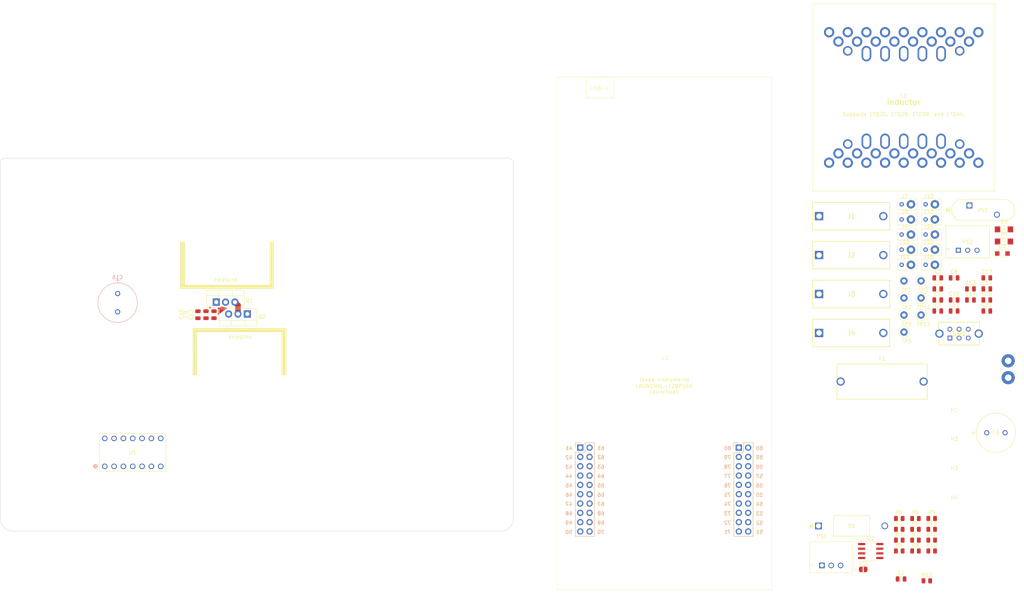
<source format=kicad_pcb>
(kicad_pcb (version 20241229) (generator "pcbnew") (generator_version "9.0")
  (layers (0 "F.Cu" signal) (4 "In1.Cu" signal) (6 "In2.Cu" signal) (2 "B.Cu" signal) (13 "F.Paste" user) (15 "B.Paste" user) (5 "F.SilkS" user "F.Silkscreen") (7 "B.SilkS" user "B.Silkscreen") (1 "F.Mask" user) (3 "B.Mask" user) (25 "Edge.Cuts" user))
  (net 0 "")
  (net 1 "+3.3V")
  (net 2 "GND")
  (net 3 "Net-(D2-K)")
  (net 4 "Net-(J6-Pin_1)")
  (net 5 "+24V")
  (net 6 "Net-(U1-HO)")
  (net 7 "/ADCINA9")
  (net 8 "Net-(U1-LO)")
  (net 9 "/ADCINA0")
  (net 10 "/ADCINA4")
  (net 11 "+12V")
  (net 12 "Vout")
  (net 13 "Net-(D3-A)")
  (net 14 "Net-(D3-K)")
  (net 15 "Net-(D4-A)")
  (net 16 "Net-(D4-K)")
  (net 17 "Vsw")
  (net 18 "C2000 D ")
  (net 19 "D'")
  (net 20 "D")
  (net 21 "C2000 D'")
  (net 22 "Vboot")
  (net 23 "Vin_sens")
  (net 24 "Vout_sens")
  (net 25 "I_L")
  (net 26 "Net-(JP1-A)")
  (net 27 "SD")
  (net 76 "Vin")
  (net 80 "Net-(U2-FILTER)")
  (footprint "TestPoint:TestPoint_Loop_D1.80mm_Drill1.0mm_Beaded" (layer "F.Cu") (at 269.435 72.765)
    (property "Reference" "TP7" (at 0.7 2.5 0) (layer "F.SilkS"))
    (property "Value" "TestPoint")
    (pad "1" thru_hole circle (at 0 0) (size 2 2) (drill 1) (layers "*.Cu" "*.Mask") (net 2 "GND"))
  )
  (footprint "ECE462L:TP" (layer "F.Cu") (at 271.94 64.26)
    (property "Reference" "J15" (at -0.41 -2.19 0) (layer "F.SilkS"))
    (property "Value" "Conn_01x02")
    (pad "1" thru_hole circle (at 1.27 0) (size 2.3 2.3) (drill 1.2) (layers "*.Cu" "*.Mask") (net 2 "GND"))
    (pad "2" thru_hole circle (at -1.27 0) (size 1.2 1.2) (drill 0.6) (layers "*.Cu" "*.Mask") (net 24 "Vout_sens"))
  )
  (footprint "Resistor_SMD:R_0805_2012Metric" (layer "F.Cu") (at 267.915 140.465)
    (property "Reference" "R6" (at 0 -1.65 0) (layer "F.SilkS"))
    (property "Value" "3.3k")
    (pad "1" smd roundrect (at -0.9125 0) (size 1.025 1.4) (layers "F.Cu" "F.Mask" "F.Paste") (roundrect_rratio 0.243902) (net 23 "Vin_sens"))
    (pad "2" smd roundrect (at 0.9125 0) (size 1.025 1.4) (layers "F.Cu" "F.Mask" "F.Paste") (roundrect_rratio 0.243902) (net 2 "GND"))
  )
  (footprint "Capacitor_SMD:C_0805_2012Metric" (layer "F.Cu") (at 273.985 71.945)
    (property "Reference" "C2" (at 0 -1.68 0) (layer "F.SilkS"))
    (property "Value" "0.1μF")
    (pad "1" smd roundrect (at -0.95 0) (size 1 1.45) (layers "F.Cu" "F.Mask" "F.Paste") (net 1 "+3.3V"))
    (pad "2" smd roundrect (at 0.95 0) (size 1 1.45) (layers "F.Cu" "F.Mask" "F.Paste") (net 2 "GND"))
  )
  (footprint "Resistor_SMD:R_0805_2012Metric" (layer "F.Cu") (at 271 154.5)
    (property "Reference" "R13" (at 0 -1.65 0) (layer "F.SilkS"))
    (property "Value" "2 Ohm")
    (pad "1" smd roundrect (at -0.9125 0) (size 1.025 1.4) (layers "F.Cu" "F.Mask" "F.Paste") (roundrect_rratio 0.243902) (net 3 "Net-(D2-K)"))
    (pad "2" smd roundrect (at 0.9125 0) (size 1.025 1.4) (layers "F.Cu" "F.Mask" "F.Paste") (roundrect_rratio 0.243902) (net 22 "Vboot"))
  )
  (footprint "ECE462L:Inductor_wire_conn" (layer "F.Cu") (at 293.16 94.54)
    (property "Reference" "J5" (hide yes))
    (property "Value" "Conn_01x01" (hide yes))
    (pad "1" thru_hole circle (at 0 0) (size 3.6 3.6) (drill 1.8) (layers "*.Cu" "*.Mask") (net 17 "Vsw"))
  )
  (footprint "ECE462L:Inductor" (layer "F.Cu") (at 264.72 22.78)
    (property "Reference" "L1" (at 0 -0.5 0) (layer "F.SilkS"))
    (property "Value" "L")
    (fp_text user "Supports EFD25, ETD29, ETD39, and ETD44." (at 0 4.572 0) (layer "F.SilkS"))
    (fp_text user "Inductor" (at 0 1.27 0) (layer "F.SilkS") (effects (font (size 1.5 1.5) (thickness 0.3) (bold yes))))
    (pad "1" thru_hole circle (at -20.32 -17.78) (size 2.8 2.8) (drill 1.75) (layers "*.Cu" "*.Mask"))
    (pad "1" thru_hole circle (at -17.78 -15.24) (size 2.8 2.8) (drill 1.75) (layers "*.Cu" "*.Mask"))
    (pad "1" thru_hole circle (at -15.24 -17.78) (size 2.8 2.8) (drill 1.75) (layers "*.Cu" "*.Mask"))
    (pad "1" thru_hole circle (at -15.24 -12.7) (size 2.6 2.6) (drill 1.75) (layers "*.Cu" "*.Mask"))
    (pad "1" thru_hole circle (at -12.7 -15.24) (size 2.8 2.8) (drill 1.75) (layers "*.Cu" "*.Mask"))
    (pad "1" thru_hole circle (at -10.16 -17.78) (size 2.8 2.8) (drill 1.75) (layers "*.Cu" "*.Mask"))
    (pad "1" thru_hole oval (at -10.16 -11.938) (size 2.6 4.2) (drill oval 1.75 3.28) (layers "*.Cu" "*.Mask"))
    (pad "1" thru_hole circle (at -7.62 -15.24) (size 2.8 2.8) (drill 1.75) (layers "*.Cu" "*.Mask"))
    (pad "1" thru_hole circle (at -5.08 -17.78) (size 2.8 2.8) (drill 1.75) (layers "*.Cu" "*.Mask"))
    (pad "1" thru_hole oval (at -5.08 -11.938) (size 2.6 4.2) (drill oval 1.75 3.28) (layers "*.Cu" "*.Mask"))
    (pad "1" thru_hole circle (at -2.54 -15.24) (size 2.8 2.8) (drill 1.75) (layers "*.Cu" "*.Mask"))
    (pad "1" thru_hole circle (at 0 -17.78) (size 2.8 2.8) (drill 1.75) (layers "*.Cu" "*.Mask"))
    (pad "1" thru_hole oval (at 0 -11.938) (size 2.6 4.2) (drill oval 1.75 3.28) (layers "*.Cu" "*.Mask"))
    (pad "1" thru_hole circle (at 2.54 -15.24) (size 2.8 2.8) (drill 1.75) (layers "*.Cu" "*.Mask"))
    (pad "1" thru_hole circle (at 5.08 -17.78) (size 2.8 2.8) (drill 1.75) (layers "*.Cu" "*.Mask"))
    (pad "1" thru_hole oval (at 5.08 -11.938) (size 2.6 4.2) (drill oval 1.75 3.28) (layers "*.Cu" "*.Mask"))
    (pad "1" thru_hole circle (at 7.62 -15.24) (size 2.8 2.8) (drill 1.75) (layers "*.Cu" "*.Mask"))
    (pad "1" thru_hole circle (at 10.16 -17.78) (size 2.8 2.8) (drill 1.75) (layers "*.Cu" "*.Mask"))
    (pad "1" thru_hole oval (at 10.16 -11.938) (size 2.6 4.2) (drill oval 1.75 3.28) (layers "*.Cu" "*.Mask"))
    (pad "1" thru_hole circle (at 12.7 -15.24) (size 2.8 2.8) (drill 1.75) (layers "*.Cu" "*.Mask"))
    (pad "1" thru_hole circle (at 15.24 -17.78) (size 2.8 2.8) (drill 1.75) (layers "*.Cu" "*.Mask"))
    (pad "1" thru_hole circle (at 15.24 -12.7) (size 2.6 2.6) (drill 1.75) (layers "*.Cu" "*.Mask"))
    (pad "1" thru_hole circle (at 17.78 -15.24) (size 2.8 2.8) (drill 1.75) (layers "*.Cu" "*.Mask"))
    (pad "1" thru_hole circle (at 20.32 -17.78) (size 2.8 2.8) (drill 1.75) (layers "*.Cu" "*.Mask"))
    (pad "2" thru_hole circle (at -20.32 17.78) (size 2.8 2.8) (drill 1.75) (layers "*.Cu" "*.Mask"))
    (pad "2" thru_hole circle (at -17.78 15.24) (size 2.8 2.8) (drill 1.75) (layers "*.Cu" "*.Mask"))
    (pad "2" thru_hole circle (at -15.24 12.7) (size 2.6 2.6) (drill 1.75) (layers "*.Cu" "*.Mask"))
    (pad "2" thru_hole circle (at -15.24 17.78) (size 2.8 2.8) (drill 1.75) (layers "*.Cu" "*.Mask"))
    (pad "2" thru_hole circle (at -12.7 15.24) (size 2.8 2.8) (drill 1.75) (layers "*.Cu" "*.Mask"))
    (pad "2" thru_hole oval (at -10.16 11.938) (size 2.6 4.2) (drill oval 1.75 3.28) (layers "*.Cu" "*.Mask"))
    (pad "2" thru_hole circle (at -10.16 17.78) (size 2.8 2.8) (drill 1.75) (layers "*.Cu" "*.Mask"))
    (pad "2" thru_hole circle (at -7.62 15.24) (size 2.8 2.8) (drill 1.75) (layers "*.Cu" "*.Mask"))
    (pad "2" thru_hole oval (at -5.08 11.938) (size 2.6 4.2) (drill oval 1.75 3.28) (layers "*.Cu" "*.Mask"))
    (pad "2" thru_hole circle (at -5.08 17.78) (size 2.8 2.8) (drill 1.75) (layers "*.Cu" "*.Mask"))
    (pad "2" thru_hole circle (at -2.54 15.24) (size 2.8 2.8) (drill 1.75) (layers "*.Cu" "*.Mask"))
    (pad "2" thru_hole oval (at 0 11.938) (size 2.6 4.2) (drill oval 1.75 3.28) (layers "*.Cu" "*.Mask"))
    (pad "2" thru_hole circle (at 0 17.78) (size 2.8 2.8) (drill 1.75) (layers "*.Cu" "*.Mask"))
    (pad "2" thru_hole circle (at 2.54 15.24) (size 2.8 2.8) (drill 1.75) (layers "*.Cu" "*.Mask"))
    (pad "2" thru_hole oval (at 5.08 11.938) (size 2.6 4.2) (drill oval 1.75 3.28) (layers "*.Cu" "*.Mask"))
    (pad "2" thru_hole circle (at 5.08 17.78) (size 2.8 2.8) (drill 1.75) (layers "*.Cu" "*.Mask"))
    (pad "2" thru_hole circle (at 7.62 15.24) (size 2.8 2.8) (drill 1.75) (layers "*.Cu" "*.Mask"))
    (pad "2" thru_hole oval (at 10.16 11.938) (size 2.6 4.2) (drill oval 1.75 3.28) (layers "*.Cu" "*.Mask"))
    (pad "2" thru_hole circle (at 10.16 17.78) (size 2.8 2.8) (drill 1.75) (layers "*.Cu" "*.Mask"))
    (pad "2" thru_hole circle (at 12.7 15.24) (size 2.8 2.8) (drill 1.75) (layers "*.Cu" "*.Mask"))
    (pad "2" thru_hole circle (at 15.24 12.7) (size 2.6 2.6) (drill 1.75) (layers "*.Cu" "*.Mask"))
    (pad "2" thru_hole circle (at 15.24 17.78) (size 2.8 2.8) (drill 1.75) (layers "*.Cu" "*.Mask"))
    (pad "2" thru_hole circle (at 17.78 15.24) (size 2.8 2.8) (drill 1.75) (layers "*.Cu" "*.Mask"))
    (pad "2" thru_hole circle (at 20.32 17.78) (size 2.8 2.8) (drill 1.75) (layers "*.Cu" "*.Mask"))
  )
  (footprint "Capacitor_SMD:C_0805_2012Metric" (layer "F.Cu") (at 74.74 81.98 -90)
    (property "Reference" "C9" (at -0.12 5.45 90) (layer "F.SilkS"))
    (property "Value" "0.01μF")
    (pad "1" smd roundrect (at -0.95 0 270) (size 1 1.45) (layers "F.Cu" "F.Mask" "F.Paste") (net 12 "Vout"))
    (pad "2" smd roundrect (at 0.95 0 270) (size 1 1.45) (layers "F.Cu" "F.Mask" "F.Paste") (net 2 "GND"))
  )
  (footprint "ECE462L:1-2199298-3" (layer "F.Cu") (at 47.17 123.31)
    (property "Reference" "U1" (at 7.62 -3.81 0) (layer "F.SilkS"))
    (property "Value" "IR2010")
    (pad "1" thru_hole circle (at 0 0) (size 1.507998 1.507998) (drill 0.9906) (layers "*.Cu" "*.Mask") (net 8 "Net-(U1-LO)"))
    (pad "2" thru_hole circle (at 2.54 0) (size 1.507998 1.507998) (drill 0.9906) (layers "*.Cu" "*.Mask") (net 2 "GND"))
    (pad "3" thru_hole circle (at 5.08 0) (size 1.507998 1.507998) (drill 0.9906) (layers "*.Cu" "*.Mask") (net 11 "+12V"))
    (pad "4" thru_hole circle (at 7.62 0) (size 1.507998 1.507998) (drill 0.9906) (layers "*.Cu" "*.Mask"))
    (pad "5" thru_hole circle (at 10.16 0) (size 1.507998 1.507998) (drill 0.9906) (layers "*.Cu" "*.Mask") (net 17 "Vsw"))
    (pad "6" thru_hole circle (at 12.7 0) (size 1.507998 1.507998) (drill 0.9906) (layers "*.Cu" "*.Mask") (net 22 "Vboot"))
    (pad "7" thru_hole circle (at 15.24 0) (size 1.507998 1.507998) (drill 0.9906) (layers "*.Cu" "*.Mask") (net 6 "Net-(U1-HO)"))
    (pad "8" thru_hole circle (at 15.24 -7.62) (size 1.507998 1.507998) (drill 0.9906) (layers "*.Cu" "*.Mask"))
    (pad "9" thru_hole circle (at 12.7 -7.62) (size 1.507998 1.507998) (drill 0.9906) (layers "*.Cu" "*.Mask") (net 1 "+3.3V"))
    (pad "10" thru_hole circle (at 10.16 -7.62) (size 1.507998 1.507998) (drill 0.9906) (layers "*.Cu" "*.Mask") (net 21 "C2000 D'"))
    (pad "11" thru_hole circle (at 7.62 -7.62) (size 1.507998 1.507998) (drill 0.9906) (layers "*.Cu" "*.Mask") (net 27 "SD"))
    (pad "12" thru_hole circle (at 5.08 -7.62) (size 1.507998 1.507998) (drill 0.9906) (layers "*.Cu" "*.Mask") (net 18 "C2000 D "))
    (pad "13" thru_hole circle (at 2.54 -7.62) (size 1.507998 1.507998) (drill 0.9906) (layers "*.Cu" "*.Mask") (net 2 "GND"))
    (pad "14" thru_hole circle (at 0 -7.62) (size 1.507998 1.507998) (drill 0.9906) (layers "*.Cu" "*.Mask"))
  )
  (footprint "ECE462L:TP" (layer "F.Cu") (at 265.42 56.02)
    (property "Reference" "J8" (at -0.41 -2.19 0) (layer "F.SilkS"))
    (property "Value" "Conn_01x02")
    (pad "1" thru_hole circle (at 1.27 0) (size 2.3 2.3) (drill 1.2) (layers "*.Cu" "*.Mask") (net 2 "GND"))
    (pad "2" thru_hole circle (at -1.27 0) (size 1.2 1.2) (drill 0.6) (layers "*.Cu" "*.Mask") (net 19 "D'"))
  )
  (footprint "ECE462L:V100ZA15P" (layer "F.Cu") (at 282.6005 52.2142)
    (property "Reference" "RV1" (at 3.75 1.25 0) (layer "F.SilkS"))
    (property "Value" "Varistor")
    (pad "1" thru_hole rect (at 0 0) (size 1.6256 1.6256) (drill 1.1176) (layers "*.Cu" "*.Mask") (net 12 "Vout"))
    (pad "2" thru_hole circle (at 7.5 2.5) (size 1.6256 1.6256) (drill 1.1176) (layers "*.Cu" "*.Mask") (net 2 "GND"))
  )
  (footprint "Resistor_SMD:R_0805_2012Metric" (layer "F.Cu") (at 263.505 146.365)
    (property "Reference" "R4" (at 0 -1.65 0) (layer "F.SilkS"))
    (property "Value" "R_Small")
    (pad "1" smd roundrect (at -0.9125 0) (size 1.025 1.4) (layers "F.Cu" "F.Mask" "F.Paste") (roundrect_rratio 0.243902) (net 8 "Net-(U1-LO)"))
    (pad "2" smd roundrect (at 0.9125 0) (size 1.025 1.4) (layers "F.Cu" "F.Mask" "F.Paste") (roundrect_rratio 0.243902) (net 20 "D"))
  )
  (footprint "ECE462L:LAUNCHXL-F28P55X_BottomHalf" (layer "F.Cu") (at 199.5 97.875)
    (property "Reference" "U3" (at 0.015 -4.04 0) (layer "F.SilkS") (effects (font (thickness 0.1))))
    (property "Value" "LAUNCHXL-F28P55X_BottomHalf")
    (fp_text user "77" (at 18.288 28.702 0) (layer "F.SilkS") (effects (justify right bottom)))
    (fp_text user "43" (at -24.892 26.162 0) (layer "F.SilkS") (effects (justify right bottom)))
    (fp_text user "68" (at -18.288 38.862 0) (layer "F.SilkS") (effects (justify left bottom)))
    (fp_text user "42" (at -24.892 23.5 0) (layer "F.SilkS") (effects (justify right bottom)))
    (fp_text user "65" (at -18.288 31.242 0) (layer "F.SilkS") (effects (justify left bottom)))
    (fp_text user "45" (at -24.892 31.242 0) (layer "F.SilkS") (effects (justify right bottom)))
    (fp_text user "51" (at 24.892 43.942 0) (layer "F.SilkS") (effects (justify left bottom)))
    (fp_text user "59" (at 24.892 23.622 0) (layer "F.SilkS") (effects (justify left bottom)))
    (fp_text user "50" (at -24.892 43.942 0) (layer "F.SilkS") (effects (justify right bottom)))
    (fp_text user "62" (at -18.288 23.622 0) (layer "F.SilkS") (effects (justify left bottom)))
    (fp_text user "74" (at 18.288 36.322 0) (layer "F.SilkS") (effects (justify right bottom)))
    (fp_text user "54" (at 24.892 36.322 0) (layer "F.SilkS") (effects (justify left bottom)))
    (fp_text user "53" (at 24.892 38.862 0) (layer "F.SilkS") (effects (justify left bottom)))
    (fp_text user "75" (at 18.288 33.782 0) (layer "F.SilkS") (effects (justify right bottom)))
    (fp_text user "71" (at 18.288 43.942 0) (layer "F.SilkS") (effects (justify right bottom)))
    (fp_text user "Texas Instruments" (at 0 1.778 0) (layer "F.SilkS"))
    (fp_text user "69" (at -18.288 41.402 0) (layer "F.SilkS") (effects (justify left bottom)))
    (fp_text user "67" (at -18.288 36.322 0) (layer "F.SilkS") (effects (justify left bottom)))
    (fp_text user "78" (at 18.288 26.162 0) (layer "F.SilkS") (effects (justify right bottom)))
    (fp_text user "61" (at -18.288 21.082 0) (layer "F.SilkS") (effects (justify left bottom)))
    (fp_text user "58" (at 24.892 26.162 0) (layer "F.SilkS") (effects (justify left bottom)))
    (fp_text user "41" (at -24.892 21.082 0) (layer "F.SilkS") (effects (justify right bottom)))
    (fp_text user "60" (at 24.892 21.082 0) (layer "F.SilkS") (effects (justify left bottom)))
    (fp_text user "72" (at 18.288 41.402 0) (layer "F.SilkS") (effects (justify right bottom)))
    (fp_text user "48" (at -24.892 38.862 0) (layer "F.SilkS") (effects (justify right bottom)))
    (fp_text user "55" (at 24.892 33.782 0) (layer "F.SilkS") (effects (justify left bottom)))
    (fp_text user "66" (at -18.288 33.782 0) (layer "F.SilkS") (effects (justify left bottom)))
    (fp_text user "46" (at -24.892 33.782 0) (layer "F.SilkS") (effects (justify right bottom)))
    (fp_text user "80" (at 18.288 21.082 0) (layer "F.SilkS") (effects (justify right bottom)))
    (fp_text user "LAUNCHXL-F28P55X" (at 0 3.556 0) (layer "F.SilkS"))
    (fp_text user "47" (at -24.892 36.322 0) (layer "F.SilkS") (effects (justify right bottom)))
    (fp_text user "57" (at 24.892 28.702 0) (layer "F.SilkS") (effects (justify left bottom)))
    (fp_text user "52" (at 24.892 41.402 0) (layer "F.SilkS") (effects (justify left bottom)))
    (fp_text user "76" (at 18.288 31.242 0) (layer "F.SilkS") (effects (justify right bottom)))
    (fp_text user "Launchpad" (at 0 5.08 0) (layer "F.SilkS"))
    (fp_text user "64" (at -18.288 28.702 0) (layer "F.SilkS") (effects (justify left bottom)))
    (fp_text user "63" (at -18.288 26.162 0) (layer "F.SilkS") (effects (justify left bottom)))
    (fp_text user "70" (at -18.288 43.942 0) (layer "F.SilkS") (effects (justify left bottom)))
    (fp_text user "56" (at 24.892 31.242 0) (layer "F.SilkS") (effects (justify left bottom)))
    (fp_text user "49" (at -24.892 41.402 0) (layer "F.SilkS") (effects (justify right bottom)))
    (fp_text user "73" (at 18.288 38.862 0) (layer "F.SilkS") (effects (justify right bottom)))
    (fp_text user "USB-C" (at -17.5 -77 0) (layer "F.SilkS") (effects (font (thickness 0.1)) (justify bottom)))
    (fp_text user "44" (at -24.892 28.702 0) (layer "F.SilkS") (effects (justify right bottom)))
    (fp_text user "79" (at 18.288 23.5 0) (layer "F.SilkS") (effects (justify right bottom)))
    (fp_text user "58" (at 24.892 26.162 0) (layer "B.SilkS") (effects (justify right bottom mirror)))
    (fp_text user "64" (at -18.288 28.702 0) (layer "B.SilkS") (effects (justify right bottom mirror)))
    (fp_text user "63" (at -18.288 26.162 0) (layer "B.SilkS") (effects (justify right bottom mirror)))
    (fp_text user "41" (at -24.892 21.082 0) (layer "B.SilkS") (effects (justify left bottom mirror)))
    (fp_text user "69" (at -18.288 41.402 0) (layer "B.SilkS") (effects (justify right bottom mirror)))
    (fp_text user "59" (at 24.892 23.5 0) (layer "B.SilkS") (effects (justify right bottom mirror)))
    (fp_text user "47" (at -24.892 36.322 0) (layer "B.SilkS") (effects (justify left bottom mirror)))
    (fp_text user "61" (at -18.288 21.082 0) (layer "B.SilkS") (effects (justify right bottom mirror)))
    (fp_text user "66" (at -18.288 33.782 0) (layer "B.SilkS") (effects (justify right bottom mirror)))
    (fp_text user "77" (at 18.288 28.702 0) (layer "B.SilkS") (effects (justify left bottom mirror)))
    (fp_text user "42" (at -24.892 23.622 0) (layer "B.SilkS") (effects (justify left bottom mirror)))
    (fp_text user "53" (at 24.892 38.862 0) (layer "B.SilkS") (effects (justify right bottom mirror)))
    (fp_text user "50" (at -24.892 43.942 0) (layer "B.SilkS") (effects (justify left bottom mirror)))
    (fp_text user "46" (at -24.892 33.782 0) (layer "B.SilkS") (effects (justify left bottom mirror)))
    (fp_text user "60" (at 24.892 21.082 0) (layer "B.SilkS") (effects (justify right bottom mirror)))
    (fp_text user "44" (at -24.892 28.702 0) (layer "B.SilkS") (effects (justify left bottom mirror)))
    (fp_text user "52" (at 24.892 41.402 0) (layer "B.SilkS") (effects (justify right bottom mirror)))
    (fp_text user "75" (at 18.288 33.782 0) (layer "B.SilkS") (effects (justify left bottom mirror)))
    (fp_text user "79" (at 18.288 23.622 0) (layer "B.SilkS") (effects (justify left bottom mirror)))
    (fp_text user "45" (at -24.892 31.242 0) (layer "B.SilkS") (effects (justify left bottom mirror)))
    (fp_text user "73" (at 18.288 38.862 0) (layer "B.SilkS") (effects (justify left bottom mirror)))
    (fp_text user "80" (at 18.288 21.082 0) (layer "B.SilkS") (effects (justify left bottom mirror)))
    (fp_text user "48" (at -24.892 38.862 0) (layer "B.SilkS") (effects (justify left bottom mirror)))
    (fp_text user "57" (at 24.892 28.702 0) (layer "B.SilkS") (effects (justify right bottom mirror)))
    (fp_text user "78" (at 18.288 26.162 0) (layer "B.SilkS") (effects (justify left bottom mirror)))
    (fp_text user "56" (at 24.892 31.242 0) (layer "B.SilkS") (effects (justify right bottom mirror)))
    (fp_text user "51" (at 24.892 43.942 0) (layer "B.SilkS") (effects (justify right bottom mirror)))
    (fp_text user "54" (at 24.892 36.322 0) (layer "B.SilkS") (effects (justify right bottom mirror)))
    (fp_text user "65" (at -18.288 31.242 0) (layer "B.SilkS") (effects (justify right bottom mirror)))
    (fp_text user "62" (at -18.288 23.5 0) (layer "B.SilkS") (effects (justify right bottom mirror)))
    (fp_text user "43" (at -24.892 26.162 0) (layer "B.SilkS") (effects (justify left bottom mirror)))
    (fp_text user "74" (at 18.288 36.322 0) (layer "B.SilkS") (effects (justify left bottom mirror)))
    (fp_text user "71" (at 18.288 43.942 0) (layer "B.SilkS") (effects (justify left bottom mirror)))
    (fp_text user "67" (at -18.288 36.322 0) (layer "B.SilkS") (effects (justify right bottom mirror)))
    (fp_text user "76" (at 18.288 31.242 0) (layer "B.SilkS") (effects (justify left bottom mirror)))
    (fp_text user "55" (at 24.892 33.782 0) (layer "B.SilkS") (effects (justify right bottom mirror)))
    (fp_text user "70" (at -18.288 43.942 0) (layer "B.SilkS") (effects (justify right bottom mirror)))
    (fp_text user "68" (at -18.288 38.862 0) (layer "B.SilkS") (effects (justify right bottom mirror)))
    (fp_text user "72" (at 18.288 41.402 0) (layer "B.SilkS") (effects (justify left bottom mirror)))
    (fp_text user "49" (at -24.892 41.402 0) (layer "B.SilkS") (effects (justify left bottom mirror)))
    (pad "41" thru_hole rect (at -22.86 20.32) (size 1.7 1.7) (drill 1) (layers "*.Cu" "*.Mask") (net 1 "+3.3V"))
    (pad "42" thru_hole oval (at -22.86 22.86) (size 1.7 1.7) (drill 1) (layers "*.Cu" "*.Mask"))
    (pad "43" thru_hole oval (at -22.86 25.4) (size 1.7 1.7) (drill 1) (layers "*.Cu" "*.Mask"))
    (pad "44" thru_hole oval (at -22.86 27.94) (size 1.7 1.7) (drill 1) (layers "*.Cu" "*.Mask"))
    (pad "45" thru_hole oval (at -22.86 30.48) (size 1.7 1.7) (drill 1) (layers "*.Cu" "*.Mask"))
    (pad "46" thru_hole oval (at -22.86 33.02) (size 1.7 1.7) (drill 1) (layers "*.Cu" "*.Mask") (net 7 "/ADCINA9"))
    (pad "47" thru_hole oval (at -22.86 35.56) (size 1.7 1.7) (drill 1) (layers "*.Cu" "*.Mask"))
    (pad "48" thru_hole oval (at -22.86 38.1) (size 1.7 1.7) (drill 1) (layers "*.Cu" "*.Mask"))
    (pad "49" thru_hole oval (at -22.86 40.64) (size 1.7 1.7) (drill 1) (layers "*.Cu" "*.Mask"))
    (pad "50" thru_hole oval (at -22.86 43.18) (size 1.7 1.7) (drill 1) (layers "*.Cu" "*.Mask"))
    (pad "51" thru_hole oval (at 22.86 43.18) (size 1.7 1.7) (drill 1) (layers "*.Cu" "*.Mask"))
    (pad "52" thru_hole oval (at 22.86 40.64) (size 1.7 1.7) (drill 1) (layers "*.Cu" "*.Mask"))
    (pad "53" thru_hole oval (at 22.86 38.1) (size 1.7 1.7) (drill 1) (layers "*.Cu" "*.Mask"))
    (pad "54" thru_hole oval (at 22.86 35.56) (size 1.7 1.7) (drill 1) (layers "*.Cu" "*.Mask"))
    (pad "55" thru_hole oval (at 22.86 33.02) (size 1.7 1.7) (drill 1) (layers "*.Cu" "*.Mask"))
    (pad "56" thru_hole oval (at 22.86 30.48) (size 1.7 1.7) (drill 1) (layers "*.Cu" "*.Mask"))
    (pad "57" thru_hole oval (at 22.86 27.94) (size 1.7 1.7) (drill 1) (layers "*.Cu" "*.Mask"))
    (pad "58" thru_hole oval (at 22.86 25.4) (size 1.7 1.7) (drill 1) (layers "*.Cu" "*.Mask"))
    (pad "59" thru_hole oval (at 22.86 22.86) (size 1.7 1.7) (drill 1) (layers "*.Cu" "*.Mask"))
    (pad "60" thru_hole oval (at 22.86 20.32) (size 1.7 1.7) (drill 1) (layers "*.Cu" "*.Mask") (net 2 "GND"))
    (pad "61" thru_hole oval (at -20.32 20.32) (size 1.7 1.7) (drill 1) (layers "*.Cu" "*.Mask"))
    (pad "62" thru_hole oval (at -20.32 22.86) (size 1.7 1.7) (drill 1) (layers "*.Cu" "*.Mask") (net 2 "GND"))
    (pad "63" thru_hole oval (at -20.32 25.4) (size 1.7 1.7) (drill 1) (layers "*.Cu" "*.Mask"))
    (pad "64" thru_hole oval (at -20.32 27.94) (size 1.7 1.7) (drill 1) (layers "*.Cu" "*.Mask"))
    (pad "65" thru_hole oval (at -20.32 30.48) (size 1.7 1.7) (drill 1) (layers "*.Cu" "*.Mask"))
    (pad "66" thru_hole oval (at -20.32 33.02) (size 1.7 1.7) (drill 1) (layers "*.Cu" "*.Mask") (net 10 "/ADCINA4"))
    (pad "67" thru_hole oval (at -20.32 35.56) (size 1.7 1.7) (drill 1) (layers "*.Cu" "*.Mask"))
    (pad "68" thru_hole oval (at -20.32 38.1) (size 1.7 1.7) (drill 1) (layers "*.Cu" "*.Mask"))
    (pad "69" thru_hole oval (at -20.32 40.64) (size 1.7 1.7) (drill 1) (layers "*.Cu" "*.Mask"))
    (pad "70" thru_hole oval (at -20.32 43.18) (size 1.7 1.7) (drill 1) (layers "*.Cu" "*.Mask") (net 9 "/ADCINA0"))
    (pad "71" thru_hole oval (at 20.32 43.18) (size 1.7 1.7) (drill 1) (layers "*.Cu" "*.Mask"))
    (pad "72" thru_hole oval (at 20.32 40.64) (size 1.7 1.7) (drill 1) (layers "*.Cu" "*.Mask"))
    (pad "73" thru_hole oval (at 20.32 38.1) (size 1.7 1.7) (drill 1) (layers "*.Cu" "*.Mask"))
    (pad "74" thru_hole oval (at 20.32 35.56) (size 1.7 1.7) (drill 1) (layers "*.Cu" "*.Mask"))
    (pad "75" thru_hole oval (at 20.32 33.02) (size 1.7 1.7) (drill 1) (layers "*.Cu" "*.Mask"))
    (pad "76" thru_hole oval (at 20.32 30.48) (size 1.7 1.7) (drill 1) (layers "*.Cu" "*.Mask"))
    (pad "77" thru_hole oval (at 20.32 27.94) (size 1.7 1.7) (drill 1) (layers "*.Cu" "*.Mask"))
    (pad "78" thru_hole oval (at 20.32 25.4) (size 1.7 1.7) (drill 1) (layers "*.Cu" "*.Mask"))
    (pad "79" thru_hole oval (at 20.32 22.86) (size 1.7 1.7) (drill 1) (layers "*.Cu" "*.Mask") (net 21 "C2000 D'"))
    (pad "80" thru_hole rect (at 20.32 20.32) (size 1.7 1.7) (drill 1) (layers "*.Cu" "*.Mask") (net 18 "C2000 D "))
  )
  (footprint "TestPoint:TestPoint_Loop_D1.80mm_Drill1.0mm_Beaded" (layer "F.Cu") (at 264.785 86.715)
    (property "Reference" "TP5" (at 0.7 2.5 0) (layer "F.SilkS"))
    (property "Value" "TestPoint")
    (pad "1" thru_hole circle (at 0 0) (size 2 2) (drill 1) (layers "*.Cu" "*.Mask") (net 1 "+3.3V"))
  )
  (footprint "MountingHole:MountingHole_3.2mm_M3" (layer "F.Cu") (at 278.505 120.065)
    (property "Reference" "H2" (at 0 -4.2 0) (layer "F.SilkS"))
    (property "Value" "MountingHole")
    (pad "" np_thru_hole circle (at 0 0) (size 3.2 3.2) (drill 3.2) (layers "*.Cu" "*.Mask"))
  )
  (footprint "ECE462L:WL-SMRW_1206_REC" (layer "F.Cu") (at 292.01 58.73)
    (property "Reference" "D3" (at 0 -2.135 0) (layer "F.SilkS"))
    (property "Value" "LED")
    (pad "1" smd rect (at -1.75 0) (size 1.5 1.6) (layers "F.Cu" "F.Mask" "F.Paste") (net 14 "Net-(D3-K)"))
    (pad "2" smd rect (at 1.75 0) (size 1.5 1.6) (layers "F.Cu" "F.Mask" "F.Paste") (net 13 "Net-(D3-A)"))
  )
  (footprint "ECE462L:696108003002" (layer "F.Cu") (at 258.835 100.19)
    (property "Reference" "F1" (at 0 -6.135 0) (layer "F.SilkS"))
    (property "Value" "Fuse")
    (pad "1" thru_hole circle (at -11.3 0) (size 2.25 2.25) (drill 1.5) (layers "*.Cu" "*.Mask") (net 5 "+24V"))
    (pad "2" thru_hole circle (at 11.3 0) (size 2.25 2.25) (drill 1.5) (layers "*.Cu" "*.Mask") (net 76 "Vin"))
  )
  (footprint "ECE462L:TP" (layer "F.Cu") (at 265.42 51.9)
    (property "Reference" "J7" (at -0.41 -2.19 0) (layer "F.SilkS"))
    (property "Value" "Conn_01x02")
    (pad "1" thru_hole circle (at 1.27 0) (size 2.3 2.3) (drill 1.2) (layers "*.Cu" "*.Mask") (net 2 "GND"))
    (pad "2" thru_hole circle (at -1.27 0) (size 1.2 1.2) (drill 0.6) (layers "*.Cu" "*.Mask") (net 18 "C2000 D "))
  )
  (footprint "Resistor_SMD:R_0805_2012Metric" (layer "F.Cu") (at 267.915 146.365)
    (property "Reference" "R8" (at 0 -1.65 0) (layer "F.SilkS"))
    (property "Value" "100")
    (pad "1" smd roundrect (at -0.9125 0) (size 1.025 1.4) (layers "F.Cu" "F.Mask" "F.Paste") (roundrect_rratio 0.243902) (net 9 "/ADCINA0"))
    (pad "2" smd roundrect (at 0.9125 0) (size 1.025 1.4) (layers "F.Cu" "F.Mask" "F.Paste") (roundrect_rratio 0.243902) (net 24 "Vout_sens"))
  )
  (footprint "ECE462L:TP" (layer "F.Cu") (at 271.94 56.02)
    (property "Reference" "J13" (at -0.41 -2.19 0) (layer "F.SilkS"))
    (property "Value" "Conn_01x02")
    (pad "1" thru_hole circle (at 1.27 0) (size 2.3 2.3) (drill 1.2) (layers "*.Cu" "*.Mask") (net 2 "GND"))
    (pad "2" thru_hole circle (at -1.27 0) (size 1.2 1.2) (drill 0.6) (layers "*.Cu" "*.Mask") (net 12 "Vout"))
  )
  (footprint "Capacitor_SMD:C_0805_2012Metric" (layer "F.Cu") (at 278.435 77.965)
    (property "Reference" "C10" (at 0 -1.68 0) (layer "F.SilkS"))
    (property "Value" "10uF")
    (pad "1" smd roundrect (at -0.95 0) (size 1 1.45) (layers "F.Cu" "F.Mask" "F.Paste") (net 1 "+3.3V"))
    (pad "2" smd roundrect (at 0.95 0) (size 1 1.45) (layers "F.Cu" "F.Mask" "F.Paste") (net 2 "GND"))
  )
  (footprint "ECE462L:1.5KE75A" (layer "F.Cu") (at 241.5016 139.5372)
    (property "Reference" "D1" (at 9.0297 0 0) (layer "F.SilkS"))
    (property "Value" "D_Zener" (hide yes))
    (pad "1" thru_hole rect (at 0 0) (size 1.8288 1.8288) (drill 1.3208) (layers "*.Cu" "*.Mask") (net 12 "Vout"))
    (pad "2" thru_hole circle (at 18.0594 0) (size 1.8288 1.8288) (drill 1.3208) (layers "*.Cu" "*.Mask") (net 2 "GND"))
  )
  (footprint "Diode_SMD:Nexperia_CFP3_SOD-123W" (layer "F.Cu") (at 291.58 65.305)
    (property "Reference" "D2" (at 0 -2 0) (layer "F.SilkS"))
    (property "Value" "PMEG10020ELR")
    (pad "1" smd rect (at -1.4 0) (size 1.2 1.2) (layers "F.Cu" "F.Mask" "F.Paste") (net 3 "Net-(D2-K)"))
    (pad "2" smd rect (at 1.4 0) (size 1.2 1.2) (layers "F.Cu" "F.Mask" "F.Paste") (net 11 "+12V"))
  )
  (footprint "Resistor_SMD:R_0805_2012Metric" (layer "F.Cu") (at 267.915 143.415)
    (property "Reference" "R7" (at 0 -1.65 0) (layer "F.SilkS"))
    (property "Value" "100")
    (pad "1" smd roundrect (at -0.9125 0) (size 1.025 1.4) (layers "F.Cu" "F.Mask" "F.Paste") (roundrect_rratio 0.243902) (net 7 "/ADCINA9"))
    (pad "2" smd roundrect (at 0.9125 0) (size 1.025 1.4) (layers "F.Cu" "F.Mask" "F.Paste") (roundrect_rratio 0.243902) (net 25 "I_L"))
  )
  (footprint "Capacitor_SMD:C_0805_2012Metric" (layer "F.Cu") (at 282.885 77.965)
    (property "Reference" "C14" (at 0 -1.68 0) (layer "F.SilkS"))
    (property "Value" "1n")
    (pad "1" smd roundrect (at -0.95 0) (size 1 1.45) (layers "F.Cu" "F.Mask" "F.Paste") (net 10 "/ADCINA4"))
    (pad "2" smd roundrect (at 0.95 0) (size 1 1.45) (layers "F.Cu" "F.Mask" "F.Paste") (net 2 "GND"))
  )
  (footprint "Package_TO_SOT_THT:TO-220-3_Vertical" (layer "F.Cu") (at 77.53 78.56)
    (property "Reference" "Q1" (at 9.03 -0.5 0) (layer "F.SilkS"))
    (property "Value" "NMOS")
    (pad "1" thru_hole rect (at 0 0) (size 1.905 2) (drill 1.1) (layers "*.Cu" "*.Mask") (net 19 "D'"))
    (pad "2" thru_hole oval (at 2.54 0) (size 1.905 2) (drill 1.1) (layers "*.Cu" "*.Mask") (net 12 "Vout"))
    (pad "3" thru_hole oval (at 5.08 0) (size 1.905 2) (drill 1.1) (layers "*.Cu" "*.Mask") (net 17 "Vsw"))
  )
  (footprint "ECE462L:973582101" (layer "F.Cu") (at 241.66 76.34)
    (property "Reference" "J3" (at 8.75 0 0) (layer "F.SilkS") (effects (font (size 1.27 1.27) (thickness 0.254))))
    (property "Value" "973582101" (hide yes))
    (pad "1" thru_hole rect (at 0 0) (size 2.25 2.25) (drill 1.5) (layers "*.Cu" "*.Mask") (net 12 "Vout"))
    (pad "1" thru_hole circle (at 17.5 0) (size 2.25 2.25) (drill 1.5) (layers "*.Cu" "*.Mask") (net 12 "Vout"))
  )
  (footprint "Capacitor_SMD:C_0805_2012Metric" (layer "F.Cu") (at 273.985 80.975)
    (property "Reference" "C7" (at 0 -1.68 0) (layer "F.SilkS"))
    (property "Value" "10uF")
    (pad "1" smd roundrect (at -0.95 0) (size 1 1.45) (layers "F.Cu" "F.Mask" "F.Paste") (net 5 "+24V"))
    (pad "2" smd roundrect (at 0.95 0) (size 1 1.45) (layers "F.Cu" "F.Mask" "F.Paste") (net 2 "GND"))
  )
  (footprint "ECE462L:973582100" (layer "F.Cu") (at 241.66 86.94)
    (property "Reference" "J4" (at 8.75 0 0) (layer "F.SilkS") (effects (font (size 1.27 1.27) (thickness 0.254))))
    (property "Value" "973582100" (hide yes))
    (pad "1" thru_hole rect (at 0 0) (size 2.25 2.25) (drill 1.5) (layers "*.Cu" "*.Mask") (net 2 "GND"))
    (pad "1" thru_hole circle (at 17.5 0) (size 2.25 2.25) (drill 1.5) (layers "*.Cu" "*.Mask") (net 2 "GND"))
  )
  (footprint "ECE462L:973582101" (layer "F.Cu") (at 241.66 55.14)
    (property "Reference" "J1" (at 8.75 0 0) (layer "F.SilkS") (effects (font (size 1.27 1.27) (thickness 0.254))))
    (property "Value" "973582101" (hide yes))
    (pad "1" thru_hole rect (at 0 0) (size 2.25 2.25) (drill 1.5) (layers "*.Cu" "*.Mask") (net 5 "+24V"))
    (pad "1" thru_hole circle (at 17.5 0) (size 2.25 2.25) (drill 1.5) (layers "*.Cu" "*.Mask") (net 5 "+24V"))
  )
  (footprint "ECE462L:TP" (layer "F.Cu") (at 265.42 68.38)
    (property "Reference" "J11" (at -0.41 -2.19 0) (layer "F.SilkS"))
    (property "Value" "Conn_01x02")
    (pad "1" thru_hole circle (at 1.27 0) (size 2.3 2.3) (drill 1.2) (layers "*.Cu" "*.Mask") (net 2 "GND"))
    (pad "2" thru_hole circle (at -1.27 0) (size 1.2 1.2) (drill 0.6) (layers "*.Cu" "*.Mask") (net 21 "C2000 D'"))
  )
  (footprint "Jumper:SolderJumper-2_P1.3mm_Open_RoundedPad1.0x1.5mm" (layer "F.Cu") (at 253.685 151.385)
    (property "Reference" "JP1" (at 0 -1.8 0) (layer "F.SilkS"))
    (property "Value" "SolderJumper_2_Open")
    (pad "1" smd custom (at -0.65 0) (size 1 0.5) (layers "F.Cu" "F.Mask") (net 26 "Net-(JP1-A)") (options (clearance outline) (anchor rect)) (primitives (gr_circle (center 0 0.25) (end 0.5 0.25) (width 0) (fill yes)) (gr_circle (center 0 -0.25) (end 0.5 -0.25) (width 0) (fill yes)) (gr_poly (pts (xy 0.5 0.75) (xy 0 0.75) (xy 0 -0.75) (xy 0.5 -0.75)) (width 0) (fill yes))))
    (pad "2" smd custom (at 0.65 0) (size 1 0.5) (layers "F.Cu" "F.Mask") (net 27 "SD") (options (clearance outline) (anchor rect)) (primitives (gr_circle (center 0 0.25) (end 0.5 0.25) (width 0) (fill yes)) (gr_circle (center 0 -0.25) (end 0.5 -0.25) (width 0) (fill yes)) (gr_poly (pts (xy 0 0.75) (xy -0.5 0.75) (xy -0.5 -0.75) (xy 0 -0.75)) (width 0) (fill yes))))
  )
  (footprint "Capacitor_SMD:C_0805_2012Metric" (layer "F.Cu") (at 278.435 71.945)
    (property "Reference" "C8" (at 0 -1.68 0) (layer "F.SilkS"))
    (property "Value" "1n")
    (pad "1" smd roundrect (at -0.95 0) (size 1 1.45) (layers "F.Cu" "F.Mask" "F.Paste") (net 7 "/ADCINA9"))
    (pad "2" smd roundrect (at 0.95 0) (size 1 1.45) (layers "F.Cu" "F.Mask" "F.Paste") (net 2 "GND"))
  )
  (footprint "Package_TO_SOT_THT:TO-220-3_Vertical" (layer "F.Cu") (at 85.99 81.78 180)
    (property "Reference" "Q2" (at -4.07 -0.73 0) (layer "F.SilkS"))
    (property "Value" "NMOS")
    (pad "1" thru_hole rect (at 0 0 180) (size 1.905 2) (drill 1.1) (layers "*.Cu" "*.Mask") (net 20 "D"))
    (pad "2" thru_hole oval (at 2.54 0 180) (size 1.905 2) (drill 1.1) (layers "*.Cu" "*.Mask") (net 17 "Vsw"))
    (pad "3" thru_hole oval (at 5.08 0 180) (size 1.905 2) (drill 1.1) (layers "*.Cu" "*.Mask") (net 2 "GND"))
  )
  (footprint "Resistor_SMD:R_0805_2012Metric" (layer "F.Cu") (at 272.325 140.465)
    (property "Reference" "R10" (at 0 -1.65 0) (layer "F.SilkS"))
    (property "Value" "1k")
    (pad "1" smd roundrect (at -0.9125 0) (size 1.025 1.4) (layers "F.Cu" "F.Mask" "F.Paste") (roundrect_rratio 0.243902) (net 14 "Net-(D3-K)"))
    (pad "2" smd roundrect (at 0.9125 0) (size 1.025 1.4) (layers "F.Cu" "F.Mask" "F.Paste") (roundrect_rratio 0.243902) (net 2 "GND"))
  )
  (footprint "MountingHole:MountingHole_3.2mm_M3" (layer "F.Cu") (at 278.505 135.965)
    (property "Reference" "H4" (at 0 -4.2 0) (layer "F.SilkS"))
    (property "Value" "MountingHole")
    (pad "" np_thru_hole circle (at 0 0) (size 3.2 3.2) (drill 3.2) (layers "*.Cu" "*.Mask"))
  )
  (footprint "Resistor_SMD:R_0805_2012Metric" (layer "F.Cu") (at 267.915 137.515)
    (property "Reference" "R5" (at 0 -1.65 0) (layer "F.SilkS"))
    (property "Value" "22k")
    (pad "1" smd roundrect (at -0.9125 0) (size 1.025 1.4) (layers "F.Cu" "F.Mask" "F.Paste") (roundrect_rratio 0.243902) (net 76 "Vin"))
    (pad "2" smd roundrect (at 0.9125 0) (size 1.025 1.4) (layers "F.Cu" "F.Mask" "F.Paste") (roundrect_rratio 0.243902) (net 23 "Vin_sens"))
  )
  (footprint "Capacitor_SMD:C_0805_2012Metric" (layer "F.Cu") (at 282.885 74.955)
    (property "Reference" "C13" (at 0 -1.68 0) (layer "F.SilkS"))
    (property "Value" "10uF")
    (pad "1" smd roundrect (at -0.95 0) (size 1 1.45) (layers "F.Cu" "F.Mask" "F.Paste") (net 5 "+24V"))
    (pad "2" smd roundrect (at 0.95 0) (size 1 1.45) (layers "F.Cu" "F.Mask" "F.Paste") (net 2 "GND"))
  )
  (footprint "TestPoint:TestPoint_Loop_D1.80mm_Drill1.0mm_Beaded" (layer "F.Cu") (at 264.785 77.415)
    (property "Reference" "TP2" (at 0.7 2.5 0) (layer "F.SilkS"))
    (property "Value" "TestPoint")
    (pad "1" thru_hole circle (at 0 0) (size 2 2) (drill 1) (layers "*.Cu" "*.Mask") (net 2 "GND"))
  )
  (footprint "ECE462L:WL-SMRW_1206_REC" (layer "F.Cu") (at 292.01 62.03)
    (property "Reference" "D4" (at 0 -2.135 0) (layer "F.SilkS"))
    (property "Value" "LED")
    (pad "1" smd rect (at -1.75 0) (size 1.5 1.6) (layers "F.Cu" "F.Mask" "F.Paste") (net 16 "Net-(D4-K)"))
    (pad "2" smd rect (at 1.75 0) (size 1.5 1.6) (layers "F.Cu" "F.Mask" "F.Paste") (net 15 "Net-(D4-A)"))
  )
  (footprint "ECE462L:Inductor_wire_conn" (layer "F.Cu") (at 293.16 99.14)
    (property "Reference" "J6" (hide yes))
    (property "Value" "Conn_01x01" (hide yes))
    (pad "1" thru_hole circle (at 0 0) (size 3.6 3.6) (drill 1.8) (layers "*.Cu" "*.Mask") (net 4 "Net-(J6-Pin_1)"))
  )
  (footprint "Capacitor_SMD:C_0805_2012Metric" (layer "F.Cu") (at 287.335 77.965)
    (property "Reference" "C20" (at 0 -1.68 0) (layer "F.SilkS"))
    (property "Value" "0.1μF")
    (pad "1" smd roundrect (at -0.95 0) (size 1 1.45) (layers "F.Cu" "F.Mask" "F.Paste") (net 1 "+3.3V"))
    (pad "2" smd roundrect (at 0.95 0) (size 1 1.45) (layers "F.Cu" "F.Mask" "F.Paste") (net 2 "GND"))
  )
  (footprint "MountingHole:MountingHole_3.2mm_M3" (layer "F.Cu") (at 278.505 112.115)
    (property "Reference" "H1" (at 0 -4.2 0) (layer "F.SilkS"))
    (property "Value" "MountingHole")
    (pad "" np_thru_hole circle (at 0 0) (size 3.2 3.2) (drill 3.2) (layers "*.Cu" "*.Mask"))
  )
  (footprint "ECE462L:TP" (layer "F.Cu") (at 271.94 68.38)
    (property "Reference" "J16" (at -0.41 -2.19 0) (layer "F.SilkS"))
    (property "Value" "Conn_01x02")
    (pad "1" thru_hole circle (at 1.27 0) (size 2.3 2.3) (drill 1.2) (layers "*.Cu" "*.Mask") (net 2 "GND"))
    (pad "2" thru_hole circle (at -1.27 0) (size 1.2 1.2) (drill 0.6) (layers "*.Cu" "*.Mask") (net 25 "I_L"))
  )
  (footprint "Capacitor_SMD:C_0805_2012Metric" (layer "F.Cu") (at 278.435 80.975)
    (property "Reference" "C11" (at 0 -1.68 0) (layer "F.SilkS"))
    (property "Value" "1n")
    (pad "1" smd roundrect (at -0.95 0) (size 1 1.45) (layers "F.Cu" "F.Mask" "F.Paste") (net 9 "/ADCINA0"))
    (pad "2" smd roundrect (at 0.95 0) (size 1 1.45) (layers "F.Cu" "F.Mask" "F.Paste") (net 2 "GND"))
  )
  (footprint "ECE462L:TP" (layer "F.Cu") (at 271.94 60.14)
    (property "Reference" "J14" (at -0.41 -2.19 0) (layer "F.SilkS"))
    (property "Value" "Conn_01x02")
    (pad "1" thru_hole circle (at 1.27 0) (size 2.3 2.3) (drill 1.2) (layers "*.Cu" "*.Mask") (net 2 "GND"))
    (pad "2" thru_hole circle (at -1.27 0) (size 1.2 1.2) (drill 0.6) (layers "*.Cu" "*.Mask") (net 23 "Vin_sens"))
  )
  (footprint "ECE462L:TP" (layer "F.Cu") (at 265.42 64.26)
    (property "Reference" "J10" (at -0.41 -2.19 0) (layer "F.SilkS"))
    (property "Value" "Conn_01x02")
    (pad "1" thru_hole circle (at 1.27 0) (size 2.3 2.3) (drill 1.2) (layers "*.Cu" "*.Mask") (net 2 "GND"))
    (pad "2" thru_hole circle (at -1.27 0) (size 1.2 1.2) (drill 0.6) (layers "*.Cu" "*.Mask") (net 17 "Vsw"))
  )
  (footprint "MountingHole:MountingHole_3.2mm_M3" (layer "F.Cu") (at 278.505 128.015)
    (property "Reference" "H3" (at 0 -4.2 0) (layer "F.SilkS"))
    (property "Value" "MountingHole")
    (pad "" np_thru_hole circle (at 0 0) (size 3.2 3.2) (drill 3.2) (layers "*.Cu" "*.Mask"))
  )
  (footprint "Capacitor_SMD:C_0805_2012Metric" (layer "F.Cu") (at 273.985 77.965)
    (property "Reference" "C4" (at 0 -1.68 0) (layer "F.SilkS"))
    (property "Value" "0.1μF")
    (pad "1" smd roundrect (at -0.95 0) (size 1 1.45) (layers "F.Cu" "F.Mask" "F.Paste") (net 11 "+12V"))
    (pad "2" smd roundrect (at 0.95 0) (size 1 1.45) (layers "F.Cu" "F.Mask" "F.Paste") (net 2 "GND"))
  )
  (footprint "Resistor_SMD:R_0805_2012Metric" (layer "F.Cu") (at 272.325 146.365)
    (property "Reference" "R12" (at 0 -1.65 0) (layer "F.SilkS"))
    (property "Value" "1k")
    (pad "1" smd roundrect (at -0.9125 0) (size 1.025 1.4) (layers "F.Cu" "F.Mask" "F.Paste") (roundrect_rratio 0.243902) (net 27 "SD"))
    (pad "2" smd roundrect (at 0.9125 0) (size 1.025 1.4) (layers "F.Cu" "F.Mask" "F.Paste") (roundrect_rratio 0.243902) (net 1 "+3.3V"))
  )
  (footprint "Resistor_SMD:R_0805_2012Metric" (layer "F.Cu") (at 272.325 143.415)
    (property "Reference" "R11" (at 0 -1.65 0) (layer "F.SilkS"))
    (property "Value" "1k")
    (pad "1" smd roundrect (at -0.9125 0) (size 1.025 1.4) (layers "F.Cu" "F.Mask" "F.Paste") (roundrect_rratio 0.243902) (net 16 "Net-(D4-K)"))
    (pad "2" smd roundrect (at 0.9125 0) (size 1.025 1.4) (layers "F.Cu" "F.Mask" "F.Paste") (roundrect_rratio 0.243902) (net 2 "GND"))
  )
  (footprint "Capacitor_SMD:C_0805_2012Metric" (layer "F.Cu") (at 273.985 74.955)
    (property "Reference" "C3" (at 0 -1.68 0) (layer "F.SilkS"))
    (property "Value" "C")
    (pad "1" smd roundrect (at -0.95 0) (size 1 1.45) (layers "F.Cu" "F.Mask" "F.Paste") (net 22 "Vboot"))
    (pad "2" smd roundrect (at 0.95 0) (size 1 1.45) (layers "F.Cu" "F.Mask" "F.Paste") (net 17 "Vsw"))
  )
  (footprint "ECE462L:R-78E3.3-1.0" (layer "F.Cu") (at 244.985 148.055)
    (property "Reference" "PS1" (at -2.54 -5.715 0) (layer "F.SilkS"))
    (property "Value" "R-78E3.3-1.0")
    (pad "1" thru_hole rect (at -2.54 2.25) (size 1.508 1.508) (drill 1) (layers "*.Cu" "*.Mask") (net 5 "+24V"))
    (pad "2" thru_hole circle (at 0 2.25) (size 1.508 1.508) (drill 1) (layers "*.Cu" "*.Mask") (net 2 "GND"))
    (pad "3" thru_hole circle (at 2.54 2.25) (size 1.508 1.508) (drill 1) (layers "*.Cu" "*.Mask") (net 1 "+3.3V"))
  )
  (footprint "Capacitor_SMD:C_0805_2012Metric" (layer "F.Cu") (at 287.335 71.945)
    (property "Reference" "C17" (at 0 -1.68 0) (layer "F.SilkS"))
    (property "Value" "10uF")
    (pad "1" smd roundrect (at -0.95 0) (size 1 1.45) (layers "F.Cu" "F.Mask" "F.Paste") (net 11 "+12V"))
    (pad "2" smd roundrect (at 0.95 0) (size 1 1.45) (layers "F.Cu" "F.Mask" "F.Paste") (net 2 "GND"))
  )
  (footprint "Capacitor_SMD:C_0805_2012Metric" (layer "F.Cu") (at 76.91 81.97 -90)
    (property "Reference" "C12" (at 0.01 6.23 90) (layer "F.SilkS"))
    (property "Value" "0.1μF")
    (pad "1" smd roundrect (at -0.95 0 270) (size 1 1.45) (layers "F.Cu" "F.Mask" "F.Paste") (net 12 "Vout"))
    (pad "2" smd roundrect (at 0.95 0 270) (size 1 1.45) (layers "F.Cu" "F.Mask" "F.Paste") (net 2 "GND"))
  )
  (footprint "TestPoint:TestPoint_Loop_D1.80mm_Drill1.0mm_Beaded" (layer "F.Cu") (at 269.435 82.065)
    (property "Reference" "TP13" (at 0.7 2.5 0) (layer "F.SilkS"))
    (property "Value" "TestPoint")
    (pad "1" thru_hole circle (at 0 0) (size 2 2) (drill 1) (layers "*.Cu" "*.Mask") (net 2 "GND"))
  )
  (footprint "Resistor_SMD:R_0805_2012Metric" (layer "F.Cu") (at 263.505 143.415)
    (property "Reference" "R3" (at 0 -1.65 0) (layer "F.SilkS"))
    (property "Value" "R_Small")
    (pad "1" smd roundrect (at -0.9125 0) (size 1.025 1.4) (layers "F.Cu" "F.Mask" "F.Paste") (roundrect_rratio 0.243902) (net 6 "Net-(U1-HO)"))
    (pad "2" smd roundrect (at 0.9125 0) (size 1.025 1.4) (layers "F.Cu" "F.Mask" "F.Paste") (roundrect_rratio 0.243902) (net 19 "D'"))
  )
  (footprint "TestPoint:TestPoint_Loop_D1.80mm_Drill1.0mm_Beaded" (layer "F.Cu") (at 264.785 82.065)
    (property "Reference" "TP3" (at 0.7 2.5 0) (layer "F.SilkS"))
    (property "Value" "TestPoint")
    (pad "1" thru_hole circle (at 0 0) (size 2 2) (drill 1) (layers "*.Cu" "*.Mask") (net 11 "+12V"))
  )
  (footprint "ECE462L:TP" (layer "F.Cu") (at 271.94 51.9)
    (property "Reference" "J12" (at -0.41 -2.19 0) (layer "F.SilkS"))
    (property "Value" "Conn_01x02")
    (pad "1" thru_hole circle (at 1.27 0) (size 2.3 2.3) (drill 1.2) (layers "*.Cu" "*.Mask") (net 2 "GND"))
    (pad "2" thru_hole circle (at -1.27 0) (size 1.2 1.2) (drill 0.6) (layers "*.Cu" "*.Mask") (net 22 "Vboot"))
  )
  (footprint "Capacitor_SMD:C_0805_2012Metric" (layer "F.Cu") (at 287.335 80.975)
    (property "Reference" "C21" (at 0 -1.68 0) (layer "F.SilkS"))
    (property "Value" "1μF")
    (pad "1" smd roundrect (at -0.95 0) (size 1 1.45) (layers "F.Cu" "F.Mask" "F.Paste") (net 1 "+3.3V"))
    (pad "2" smd roundrect (at 0.95 0) (size 1 1.45) (layers "F.Cu" "F.Mask" "F.Paste") (net 2 "GND"))
  )
  (footprint "ECE462L:TP" (layer "F.Cu") (at 265.42 60.14)
    (property "Reference" "J9" (at -0.41 -2.19 0) (layer "F.SilkS"))
    (property "Value" "Conn_01x02")
    (pad "1" thru_hole circle (at 1.27 0) (size 2.3 2.3) (drill 1.2) (layers "*.Cu" "*.Mask") (net 2 "GND"))
    (pad "2" thru_hole circle (at -1.27 0) (size 1.2 1.2) (drill 0.6) (layers "*.Cu" "*.Mask") (net 20 "D"))
  )
  (footprint "Package_SO:SOIC-8_3.9x4.9mm_P1.27mm" (layer "F.Cu") (at 255.735 146.385)
    (property "Reference" "U2" (at 0 -3.4 0) (layer "F.SilkS"))
    (property "Value" "CT416-HSN820DR")
    (pad "1" smd roundrect (at -2.475 -1.905) (size 1.95 0.6) (layers "F.Cu" "F.Mask" "F.Paste") (net 76 "Vin"))
    (pad "2" smd roundrect (at -2.475 -0.635) (size 1.95 0.6) (layers "F.Cu" "F.Mask" "F.Paste") (net 76 "Vin"))
    (pad "3" smd roundrect (at -2.475 0.635) (size 1.95 0.6) (layers "F.Cu" "F.Mask" "F.Paste") (net 4 "Net-(J6-Pin_1)"))
    (pad "4" smd roundrect (at -2.475 1.905) (size 1.95 0.6) (layers "F.Cu" "F.Mask" "F.Paste") (net 4 "Net-(J6-Pin_1)"))
    (pad "5" smd roundrect (at 2.475 1.905) (size 1.95 0.6) (layers "F.Cu" "F.Mask" "F.Paste") (net 2 "GND"))
    (pad "6" smd roundrect (at 2.475 0.635) (size 1.95 0.6) (layers "F.Cu" "F.Mask" "F.Paste") (net 80 "Net-(U2-FILTER)"))
    (pad "7" smd roundrect (at 2.475 -0.635) (size 1.95 0.6) (layers "F.Cu" "F.Mask" "F.Paste") (net 25 "I_L"))
    (pad "8" smd roundrect (at 2.475 -1.905) (size 1.95 0.6) (layers "F.Cu" "F.Mask" "F.Paste") (net 1 "+3.3V"))
  )
  (footprint "ECE462L:HSS-B20-NPS-01" (layer "F.Cu") (at 83.89 92.04 180)
    (property "Reference" "HS1" (hide yes))
    (property "Value" "Heatsink")
    (fp_text user "Heatsink" (at -3.5 4.5 180) (layer "F.SilkS") (effects (justify left bottom)))
  )
  (footprint "Resistor_SMD:R_0805_2012Metric" (layer "F.Cu") (at 272.325 137.515)
    (property "Reference" "R9" (at 0 -1.65 0) (layer "F.SilkS"))
    (property "Value" "100")
    (pad "1" smd roundrect (at -0.9125 0) (size 1.025 1.4) (layers "F.Cu" "F.Mask" "F.Paste") (roundrect_rratio 0.243902) (net 10 "/ADCINA4"))
    (pad "2" smd roundrect (at 0.9125 0) (size 1.025 1.4) (layers "F.Cu" "F.Mask" "F.Paste") (roundrect_rratio 0.243902) (net 23 "Vin_sens"))
  )
  (footprint "Resistor_SMD:R_0805_2012Metric" (layer "F.Cu") (at 263.505 140.465)
    (property "Reference" "R2" (at 0 -1.65 0) (layer "F.SilkS"))
    (property "Value" "3.3k")
    (pad "1" smd roundrect (at -0.9125 0) (size 1.025 1.4) (layers "F.Cu" "F.Mask" "F.Paste") (roundrect_rratio 0.243902) (net 24 "Vout_sens"))
    (pad "2" smd roundrect (at 0.9125 0) (size 1.025 1.4) (layers "F.Cu" "F.Mask" "F.Paste") (roundrect_rratio 0.243902) (net 2 "GND"))
  )
  (footprint "ECE462L:HSS-B20-NPS-01" (layer "F.Cu") (at 80.44 68.53)
    (property "Reference" "HS2" (hide yes))
    (property "Value" "Heatsink")
    (fp_text user "Heatsink" (at -3.5 4.5 0) (layer "F.SilkS") (effects (justify left bottom)))
  )
  (footprint "ECE462L:R-78E-0.5_RCP" (layer "F.Cu") (at 279.5941 64.414632)
    (property "Reference" "PS2" (at 2.54 -2.249932 0) (layer "F.SilkS"))
    (property "Value" "R-78E12-0.5")
    (fp_text user "*" (at -2.794 0 0) (layer "F.SilkS"))
    (fp_text user "*" (at -2.794 0 0) (layer "F.SilkS"))
    (pad "1" thru_hole rect (at 0 0) (size 1.3716 1.3716) (drill 0.8636) (layers "*.Cu" "*.Mask") (net 5 "+24V"))
    (pad "2" thru_hole circle (at 2.54 0) (size 1.3716 1.3716) (drill 0.8636) (layers "*.Cu" "*.Mask") (net 2 "GND"))
    (pad "3" thru_hole circle (at 5.08 0) (size 1.3716 1.3716) (drill 0.8636) (layers "*.Cu" "*.Mask") (net 11 "+12V"))
  )
  (footprint "Capacitor_SMD:C_0805_2012Metric" (layer "F.Cu") (at 287.335 74.955)
    (property "Reference" "C19" (at 0 -1.68 0) (layer "F.SilkS"))
    (property "Value" "1μF")
    (pad "1" smd roundrect (at -0.95 0) (size 1 1.45) (layers "F.Cu" "F.Mask" "F.Paste") (net 1 "+3.3V"))
    (pad "2" smd roundrect (at 0.95 0) (size 1 1.45) (layers "F.Cu" "F.Mask" "F.Paste") (net 2 "GND"))
  )
  (footprint "TestPoint:TestPoint_Loop_D1.80mm_Drill1.0mm_Beaded" (layer "F.Cu") (at 264.785 72.765)
    (property "Reference" "TP1" (at 0.7 2.5 0) (layer "F.SilkS"))
    (property "Value" "TestPoint")
    (pad "1" thru_hole circle (at 0 0) (size 2 2) (drill 1) (layers "*.Cu" "*.Mask") (net 5 "+24V"))
  )
  (footprint "TestPoint:TestPoint_Loop_D1.80mm_Drill1.0mm_Beaded" (layer "F.Cu") (at 269.435 77.415)
    (property "Reference" "TP11" (at 0.7 2.5 0) (layer "F.SilkS"))
    (property "Value" "TestPoint")
    (pad "1" thru_hole circle (at 0 0) (size 2 2) (drill 1) (layers "*.Cu" "*.Mask") (net 2 "GND"))
  )
  (footprint "Capacitor_SMD:C_0805_2012Metric" (layer "F.Cu") (at 264 154)
    (property "Reference" "C1" (at 0 -1.68 0) (layer "F.SilkS"))
    (property "Value" "100 pF")
    (pad "1" smd roundrect (at -0.95 0) (size 1 1.45) (layers "F.Cu" "F.Mask" "F.Paste") (net 80 "Net-(U2-FILTER)"))
    (pad "2" smd roundrect (at 0.95 0) (size 1 1.45) (layers "F.Cu" "F.Mask" "F.Paste") (net 2 "GND"))
  )
  (footprint "ECE462L:973582100" (layer "F.Cu") (at 241.66 65.74)
    (property "Reference" "J2" (at 8.75 0 0) (layer "F.SilkS") (effects (font (size 1.27 1.27) (thickness 0.254))))
    (property "Value" "973582100" (hide yes))
    (pad "1" thru_hole rect (at 0 0) (size 2.25 2.25) (drill 1.5) (layers "*.Cu" "*.Mask") (net 2 "GND"))
    (pad "1" thru_hole circle (at 17.5 0) (size 2.25 2.25) (drill 1.5) (layers "*.Cu" "*.Mask") (net 2 "GND"))
  )
  (footprint "Resistor_SMD:R_0805_2012Metric" (layer "F.Cu") (at 263.505 137.515)
    (property "Reference" "R1" (at 0 -1.65 0) (layer "F.SilkS"))
    (property "Value" "47k")
    (pad "1" smd roundrect (at -0.9125 0) (size 1.025 1.4) (layers "F.Cu" "F.Mask" "F.Paste") (roundrect_rratio 0.243902) (net 12 "Vout"))
    (pad "2" smd roundrect (at 0.9125 0) (size 1.025 1.4) (layers "F.Cu" "F.Mask" "F.Paste") (roundrect_rratio 0.243902) (net 24 "Vout_sens"))
  )
  (footprint "ECE462L:SLW1116297AD" (layer "F.Cu") (at 277.285 88.33)
    (property "Reference" "SW1" (at 2.5 -1.2 0) (layer "F.SilkS") (effects (font (size 1.27 1.27) (thickness 0.254))))
    (property "Value" "SW_Push_DPDT" (hide yes))
    (pad "" thru_hole circle (at -2.85 -1.2) (size 2.25 2.25) (drill 1.5) (layers "*.Cu" "*.Mask"))
    (pad "" thru_hole circle (at 7.85 -1.2) (size 2.25 2.25) (drill 1.5) (layers "*.Cu" "*.Mask"))
    (pad "1" thru_hole rect (at 0 0) (size 1.3 1.3) (drill 0.8) (layers "*.Cu" "*.Mask") (net 1 "+3.3V"))
    (pad "2" thru_hole circle (at 2.5 0) (size 1.3 1.3) (drill 0.8) (layers "*.Cu" "*.Mask") (net 27 "SD"))
    (pad "3" thru_hole circle (at 5 0) (size 1.3 1.3) (drill 0.8) (layers "*.Cu" "*.Mask") (net 2 "GND"))
    (pad "4" thru_hole circle (at 5 -2.4) (size 1.3 1.3) (drill 0.8) (layers "*.Cu" "*.Mask") (net 13 "Net-(D3-A)"))
    (pad "5" thru_hole circle (at 2.5 -2.4) (size 1.3 1.3) (drill 0.8) (layers "*.Cu" "*.Mask") (net 1 "+3.3V"))
    (pad "6" thru_hole circle (at 0 -2.4) (size 1.3 1.3) (drill 0.8) (layers "*.Cu" "*.Mask") (net 15 "Net-(D4-A)"))
  )
  (footprint "ECE462L:16PX2200MEFC10X20" (layer "F.Cu") (at 287.3253 114.1518)
    (property "Reference" "C6" (at 2.5 0 0) (layer "F.SilkS"))
    (property "Value" "100uF")
    (pad "1" thru_hole circle (at 0 0) (size 1.3716 1.3716) (drill 0.8636) (layers "*.Cu" "*.Mask") (net 76 "Vin"))
    (pad "2" thru_hole circle (at 5 0) (size 1.3716 1.3716) (drill 0.8636) (layers "*.Cu" "*.Mask") (net 2 "GND"))
  )
  (footprint "Capacitor_SMD:C_0805_2012Metric" (layer "F.Cu") (at 72.54 81.99 -90)
    (property "Reference" "C15" (at -0.15 4.55 90) (layer "F.SilkS"))
    (property "Value" "1μF")
    (pad "1" smd roundrect (at -0.95 0 270) (size 1 1.45) (layers "F.Cu" "F.Mask" "F.Paste") (net 12 "Vout"))
    (pad "2" smd roundrect (at 0.95 0 270) (size 1 1.45) (layers "F.Cu" "F.Mask" "F.Paste") (net 2 "GND"))
  )
  (footprint "ECE462L:16PX2200MEFC10X20" (layer "B.Cu") (at 50.69 76.21 -90)
    (property "Reference" "C16" (at -4.44675 0.06 0) (layer "B.SilkS") (effects (justify mirror)))
    (property "Value" "100uF")
    (pad "1" thru_hole circle (at 0 0 270) (size 1.3716 1.3716) (drill 0.8636) (layers "*.Cu" "*.Mask") (net 12 "Vout"))
    (pad "2" thru_hole circle (at 5 0 270) (size 1.3716 1.3716) (drill 0.8636) (layers "*.Cu" "*.Mask") (net 2 "GND"))
  )
  (gr_line (start 158.45 137.510482) (end 158.45 40.65) (stroke (width 0.1)) (layer "Edge.Cuts"))
  (gr_line (start 22.2 140.960482) (end 155 140.960482) (stroke (width 0.1)) (layer "Edge.Cuts"))
  (gr_line (start 20.05 39.35) (end 157.15 39.35) (stroke (width 0.1)) (layer "Edge.Cuts"))
  (gr_arc (start 18.75 40.65) (mid 19.130761 39.730761) (end 20.05 39.35) (stroke (width 0.1)) (layer "Edge.Cuts"))
  (gr_line (start 18.75 137.510482) (end 18.75 40.65) (stroke (width 0.1)) (layer "Edge.Cuts"))
  (gr_arc (start 157.15 39.35) (mid 158.069239 39.730761) (end 158.45 40.65) (stroke (width 0.1)) (layer "Edge.Cuts"))
  (gr_arc (start 158.45 137.510482) (mid 157.439518 139.95) (end 155 140.960482) (stroke (width 0.1)) (layer "Edge.Cuts"))
  (gr_arc (start 22.2 140.960482) (mid 19.760482 139.95) (end 18.75 137.510482) (stroke (width 0.1)) (layer "Edge.Cuts"))
  (segment (start 79.91 78.4) (end 80.07 78.56) (width 0.25) (layer "B.Cu") (net 12))
  (segment (start 83.45 79.4) (end 83.45 81.78) (width 1.5) (layer "F.Cu") (net 17))
  (segment (start 82.61 78.56) (end 83.45 79.4) (width 1.5) (layer "F.Cu") (net 17))
  (zone (net 0) (net_name "") (layer "F.Cu") (connect_pads (clearance 0.5)) (min_thickness 0.25) (fill yes (thermal_gap 0.5) (thermal_bridge_width 0.5) (island_removal_mode 1) (island_area_min 10))
    (polygon (pts (xy 77.82 79.82) (xy 79.5 77.58) (xy 81.01 77.32) (xy 81.24 79.61) (xy 78.11 81.97) (xy 71.26 81.98) (xy 71.31 80.07)))
  )
)
</source>
